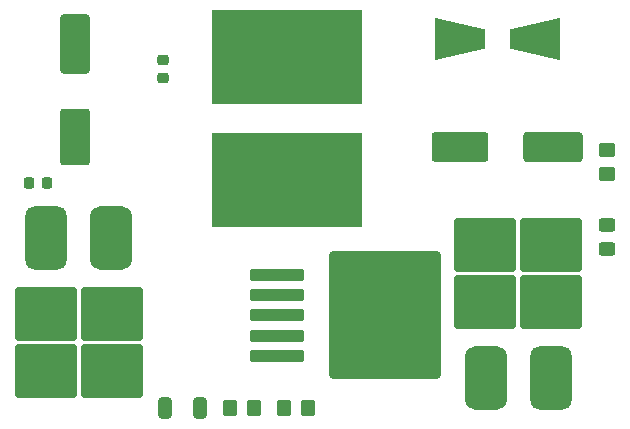
<source format=gbr>
%TF.GenerationSoftware,KiCad,Pcbnew,8.0.5*%
%TF.CreationDate,2024-10-22T02:27:49+03:00*%
%TF.ProjectId,DC36_DC5,44433336-5f44-4433-952e-6b696361645f,rev?*%
%TF.SameCoordinates,Original*%
%TF.FileFunction,Paste,Top*%
%TF.FilePolarity,Positive*%
%FSLAX46Y46*%
G04 Gerber Fmt 4.6, Leading zero omitted, Abs format (unit mm)*
G04 Created by KiCad (PCBNEW 8.0.5) date 2024-10-22 02:27:49*
%MOMM*%
%LPD*%
G01*
G04 APERTURE LIST*
G04 Aperture macros list*
%AMRoundRect*
0 Rectangle with rounded corners*
0 $1 Rounding radius*
0 $2 $3 $4 $5 $6 $7 $8 $9 X,Y pos of 4 corners*
0 Add a 4 corners polygon primitive as box body*
4,1,4,$2,$3,$4,$5,$6,$7,$8,$9,$2,$3,0*
0 Add four circle primitives for the rounded corners*
1,1,$1+$1,$2,$3*
1,1,$1+$1,$4,$5*
1,1,$1+$1,$6,$7*
1,1,$1+$1,$8,$9*
0 Add four rect primitives between the rounded corners*
20,1,$1+$1,$2,$3,$4,$5,0*
20,1,$1+$1,$4,$5,$6,$7,0*
20,1,$1+$1,$6,$7,$8,$9,0*
20,1,$1+$1,$8,$9,$2,$3,0*%
%AMOutline4P*
0 Free polygon, 4 corners , with rotation*
0 The origin of the aperture is its center*
0 number of corners: always 4*
0 $1 to $8 corner X, Y*
0 $9 Rotation angle, in degrees counterclockwise*
0 create outline with 4 corners*
4,1,4,$1,$2,$3,$4,$5,$6,$7,$8,$1,$2,$9*%
G04 Aperture macros list end*
%ADD10RoundRect,0.250000X-0.450000X0.350000X-0.450000X-0.350000X0.450000X-0.350000X0.450000X0.350000X0*%
%ADD11RoundRect,0.250000X-0.350000X-0.450000X0.350000X-0.450000X0.350000X0.450000X-0.350000X0.450000X0*%
%ADD12Outline4P,-2.150000X-1.800000X2.150000X-0.800000X2.150000X0.800000X-2.150000X1.800000X180.000000*%
%ADD13Outline4P,-2.150000X-1.800000X2.150000X-0.800000X2.150000X0.800000X-2.150000X1.800000X0.000000*%
%ADD14RoundRect,0.250000X-0.325000X-0.650000X0.325000X-0.650000X0.325000X0.650000X-0.325000X0.650000X0*%
%ADD15RoundRect,0.250000X0.450000X-0.325000X0.450000X0.325000X-0.450000X0.325000X-0.450000X-0.325000X0*%
%ADD16RoundRect,0.250000X-2.375000X2.025000X-2.375000X-2.025000X2.375000X-2.025000X2.375000X2.025000X0*%
%ADD17RoundRect,0.887500X-0.887500X1.812500X-0.887500X-1.812500X0.887500X-1.812500X0.887500X1.812500X0*%
%ADD18RoundRect,0.880000X-0.880000X1.845000X-0.880000X-1.845000X0.880000X-1.845000X0.880000X1.845000X0*%
%ADD19RoundRect,0.251000X-2.254000X-1.004000X2.254000X-1.004000X2.254000X1.004000X-2.254000X1.004000X0*%
%ADD20RoundRect,0.251000X-2.144000X-1.004000X2.144000X-1.004000X2.144000X1.004000X-2.144000X1.004000X0*%
%ADD21RoundRect,0.250000X2.375000X-2.025000X2.375000X2.025000X-2.375000X2.025000X-2.375000X-2.025000X0*%
%ADD22RoundRect,0.887500X0.887500X-1.812500X0.887500X1.812500X-0.887500X1.812500X-0.887500X-1.812500X0*%
%ADD23RoundRect,0.880000X0.880000X-1.845000X0.880000X1.845000X-0.880000X1.845000X-0.880000X-1.845000X0*%
%ADD24RoundRect,0.251000X1.004000X-2.144000X1.004000X2.144000X-1.004000X2.144000X-1.004000X-2.144000X0*%
%ADD25RoundRect,0.251000X1.004000X-2.254000X1.004000X2.254000X-1.004000X2.254000X-1.004000X-2.254000X0*%
%ADD26RoundRect,0.225000X0.225000X0.250000X-0.225000X0.250000X-0.225000X-0.250000X0.225000X-0.250000X0*%
%ADD27R,12.800000X8.000000*%
%ADD28RoundRect,0.225000X0.250000X-0.225000X0.250000X0.225000X-0.250000X0.225000X-0.250000X-0.225000X0*%
%ADD29RoundRect,0.250000X-2.050000X-0.300000X2.050000X-0.300000X2.050000X0.300000X-2.050000X0.300000X0*%
%ADD30RoundRect,0.250002X-4.449998X-5.149998X4.449998X-5.149998X4.449998X5.149998X-4.449998X5.149998X0*%
G04 APERTURE END LIST*
D10*
%TO.C,R3*%
X150368000Y-90059000D03*
X150368000Y-92059000D03*
%TD*%
D11*
%TO.C,R2*%
X118444000Y-111887000D03*
X120444000Y-111887000D03*
%TD*%
%TO.C,R1*%
X123016000Y-111887000D03*
X125016000Y-111887000D03*
%TD*%
D12*
%TO.C,D4*%
X144297000Y-80645000D03*
D13*
X137897000Y-80645000D03*
%TD*%
D14*
%TO.C,C4*%
X112952000Y-111887000D03*
X115902000Y-111887000D03*
%TD*%
D15*
%TO.C,D3*%
X150373000Y-98404000D03*
X150373000Y-96354000D03*
%TD*%
D16*
%TO.C,D1*%
X108415000Y-103874000D03*
X102865000Y-103874000D03*
X108415000Y-108724000D03*
X102865000Y-108724000D03*
D17*
X108405000Y-97469000D03*
D18*
X102880000Y-97454000D03*
%TD*%
D19*
%TO.C,C5*%
X145822000Y-89794000D03*
D20*
X137922000Y-89794000D03*
%TD*%
D21*
%TO.C,D2*%
X140071000Y-102927000D03*
X145621000Y-102927000D03*
X140071000Y-98077000D03*
X145621000Y-98077000D03*
D22*
X140081000Y-109332000D03*
D23*
X145606000Y-109347000D03*
%TD*%
D24*
%TO.C,C2*%
X105288000Y-88968000D03*
D25*
X105288000Y-81068000D03*
%TD*%
D26*
%TO.C,C1*%
X102948000Y-92854000D03*
X101398000Y-92854000D03*
%TD*%
D27*
%TO.C,L1*%
X123273000Y-92576000D03*
X123273000Y-82176000D03*
%TD*%
D28*
%TO.C,C3*%
X112776000Y-83960000D03*
X112776000Y-82410000D03*
%TD*%
D29*
%TO.C,U1*%
X122428000Y-100642000D03*
X122428000Y-102342000D03*
X122428000Y-104042000D03*
D30*
X131578000Y-104042000D03*
D29*
X122428000Y-105742000D03*
X122428000Y-107442000D03*
%TD*%
M02*

</source>
